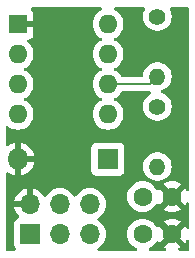
<source format=gbl>
G04 #@! TF.GenerationSoftware,KiCad,Pcbnew,8.0.1-8.0.1-1~ubuntu22.04.1*
G04 #@! TF.CreationDate,2024-07-15T21:43:52-04:00*
G04 #@! TF.ProjectId,Clock_Addon,436c6f63-6b5f-4416-9464-6f6e2e6b6963,rev?*
G04 #@! TF.SameCoordinates,Original*
G04 #@! TF.FileFunction,Copper,L6,Bot*
G04 #@! TF.FilePolarity,Positive*
%FSLAX46Y46*%
G04 Gerber Fmt 4.6, Leading zero omitted, Abs format (unit mm)*
G04 Created by KiCad (PCBNEW 8.0.1-8.0.1-1~ubuntu22.04.1) date 2024-07-15 21:43:52*
%MOMM*%
%LPD*%
G01*
G04 APERTURE LIST*
G04 #@! TA.AperFunction,ComponentPad*
%ADD10C,1.400000*%
G04 #@! TD*
G04 #@! TA.AperFunction,ComponentPad*
%ADD11O,1.400000X1.400000*%
G04 #@! TD*
G04 #@! TA.AperFunction,ComponentPad*
%ADD12R,1.800000X1.800000*%
G04 #@! TD*
G04 #@! TA.AperFunction,ComponentPad*
%ADD13O,1.800000X1.800000*%
G04 #@! TD*
G04 #@! TA.AperFunction,ComponentPad*
%ADD14C,1.600000*%
G04 #@! TD*
G04 #@! TA.AperFunction,ComponentPad*
%ADD15O,1.600000X1.600000*%
G04 #@! TD*
G04 #@! TA.AperFunction,ComponentPad*
%ADD16R,1.600000X1.600000*%
G04 #@! TD*
G04 #@! TA.AperFunction,ComponentPad*
%ADD17R,1.700000X1.700000*%
G04 #@! TD*
G04 #@! TA.AperFunction,ComponentPad*
%ADD18O,1.700000X1.700000*%
G04 #@! TD*
G04 #@! TA.AperFunction,Conductor*
%ADD19C,0.200000*%
G04 #@! TD*
G04 APERTURE END LIST*
D10*
X140335000Y-42545000D03*
D11*
X140335000Y-47625000D03*
D12*
X136144000Y-54610000D03*
D13*
X128524000Y-54610000D03*
D14*
X139085000Y-57785000D03*
X141585000Y-57785000D03*
D15*
X136154000Y-43190000D03*
X136154000Y-45730000D03*
X136154000Y-48270000D03*
X136154000Y-50810000D03*
X128534000Y-50810000D03*
X128534000Y-48270000D03*
X128534000Y-45730000D03*
D16*
X128534000Y-43190000D03*
D17*
X129540000Y-60960000D03*
D18*
X129540000Y-58420000D03*
X132080000Y-60960000D03*
X132080000Y-58420000D03*
X134620000Y-60960000D03*
X134620000Y-58420000D03*
D10*
X140335000Y-50165000D03*
D11*
X140335000Y-55245000D03*
D14*
X141585000Y-60960000D03*
X139085000Y-60960000D03*
D19*
X135900000Y-48270000D02*
X139690000Y-48270000D01*
X139690000Y-48270000D02*
X140335000Y-47625000D01*
G04 #@! TA.AperFunction,Conductor*
G36*
X135617871Y-41795185D02*
G01*
X135663626Y-41847989D01*
X135673570Y-41917147D01*
X135644545Y-41980703D01*
X135603237Y-42011882D01*
X135501267Y-42059431D01*
X135501265Y-42059432D01*
X135314858Y-42189954D01*
X135153954Y-42350858D01*
X135023432Y-42537265D01*
X135023431Y-42537267D01*
X134927261Y-42743502D01*
X134927258Y-42743511D01*
X134868366Y-42963302D01*
X134868364Y-42963313D01*
X134848532Y-43189998D01*
X134848532Y-43190001D01*
X134868364Y-43416686D01*
X134868366Y-43416697D01*
X134927258Y-43636488D01*
X134927261Y-43636497D01*
X135023431Y-43842732D01*
X135023432Y-43842734D01*
X135153954Y-44029141D01*
X135314858Y-44190045D01*
X135314861Y-44190047D01*
X135501266Y-44320568D01*
X135558357Y-44347190D01*
X135559275Y-44347618D01*
X135611714Y-44393791D01*
X135630866Y-44460984D01*
X135610650Y-44527865D01*
X135559275Y-44572382D01*
X135501267Y-44599431D01*
X135501265Y-44599432D01*
X135314858Y-44729954D01*
X135153954Y-44890858D01*
X135023432Y-45077265D01*
X135023431Y-45077267D01*
X134927261Y-45283502D01*
X134927258Y-45283511D01*
X134868366Y-45503302D01*
X134868364Y-45503313D01*
X134848532Y-45729998D01*
X134848532Y-45730001D01*
X134868364Y-45956686D01*
X134868366Y-45956697D01*
X134927258Y-46176488D01*
X134927261Y-46176497D01*
X135023431Y-46382732D01*
X135023432Y-46382734D01*
X135153954Y-46569141D01*
X135314858Y-46730045D01*
X135314861Y-46730047D01*
X135501266Y-46860568D01*
X135559275Y-46887618D01*
X135611714Y-46933791D01*
X135630866Y-47000984D01*
X135610650Y-47067865D01*
X135559275Y-47112382D01*
X135501267Y-47139431D01*
X135501265Y-47139432D01*
X135314858Y-47269954D01*
X135153954Y-47430858D01*
X135023432Y-47617265D01*
X135023431Y-47617267D01*
X134927261Y-47823502D01*
X134927258Y-47823511D01*
X134868366Y-48043302D01*
X134868364Y-48043313D01*
X134848532Y-48269998D01*
X134848532Y-48270001D01*
X134868364Y-48496686D01*
X134868366Y-48496697D01*
X134927258Y-48716488D01*
X134927261Y-48716497D01*
X135023431Y-48922732D01*
X135023432Y-48922734D01*
X135153954Y-49109141D01*
X135314858Y-49270045D01*
X135314861Y-49270047D01*
X135501266Y-49400568D01*
X135559275Y-49427618D01*
X135611714Y-49473791D01*
X135630866Y-49540984D01*
X135610650Y-49607865D01*
X135559275Y-49652382D01*
X135501267Y-49679431D01*
X135501265Y-49679432D01*
X135314858Y-49809954D01*
X135153954Y-49970858D01*
X135023432Y-50157265D01*
X135023431Y-50157267D01*
X134927261Y-50363502D01*
X134927258Y-50363511D01*
X134868366Y-50583302D01*
X134868364Y-50583313D01*
X134848532Y-50809998D01*
X134848532Y-50810001D01*
X134868364Y-51036686D01*
X134868366Y-51036697D01*
X134927258Y-51256488D01*
X134927261Y-51256497D01*
X135023431Y-51462732D01*
X135023432Y-51462734D01*
X135153954Y-51649141D01*
X135314858Y-51810045D01*
X135314861Y-51810047D01*
X135501266Y-51940568D01*
X135707504Y-52036739D01*
X135927308Y-52095635D01*
X136089230Y-52109801D01*
X136153998Y-52115468D01*
X136154000Y-52115468D01*
X136154002Y-52115468D01*
X136210673Y-52110509D01*
X136380692Y-52095635D01*
X136600496Y-52036739D01*
X136806734Y-51940568D01*
X136993139Y-51810047D01*
X137154047Y-51649139D01*
X137284568Y-51462734D01*
X137380739Y-51256496D01*
X137439635Y-51036692D01*
X137459468Y-50810000D01*
X137458565Y-50799683D01*
X137441142Y-50600538D01*
X137439635Y-50583308D01*
X137380739Y-50363504D01*
X137284568Y-50157266D01*
X137154047Y-49970861D01*
X137154045Y-49970858D01*
X136993141Y-49809954D01*
X136806734Y-49679432D01*
X136806728Y-49679429D01*
X136748725Y-49652382D01*
X136696285Y-49606210D01*
X136677133Y-49539017D01*
X136697348Y-49472135D01*
X136748725Y-49427618D01*
X136806734Y-49400568D01*
X136993139Y-49270047D01*
X137154047Y-49109139D01*
X137284118Y-48923375D01*
X137338693Y-48879752D01*
X137385692Y-48870500D01*
X139603331Y-48870500D01*
X139603347Y-48870501D01*
X139709428Y-48870501D01*
X139776467Y-48890186D01*
X139822222Y-48942990D01*
X139832166Y-49012148D01*
X139803141Y-49075704D01*
X139774705Y-49099928D01*
X139608439Y-49202874D01*
X139608437Y-49202876D01*
X139444020Y-49352761D01*
X139309943Y-49530308D01*
X139309938Y-49530316D01*
X139210775Y-49729461D01*
X139210769Y-49729476D01*
X139149885Y-49943462D01*
X139149884Y-49943464D01*
X139129357Y-50164999D01*
X139129357Y-50165000D01*
X139149884Y-50386535D01*
X139149885Y-50386537D01*
X139210769Y-50600523D01*
X139210775Y-50600538D01*
X139309938Y-50799683D01*
X139309943Y-50799691D01*
X139444020Y-50977238D01*
X139608437Y-51127123D01*
X139608439Y-51127125D01*
X139797595Y-51244245D01*
X139797596Y-51244245D01*
X139797599Y-51244247D01*
X140005060Y-51324618D01*
X140223757Y-51365500D01*
X140223759Y-51365500D01*
X140446241Y-51365500D01*
X140446243Y-51365500D01*
X140664940Y-51324618D01*
X140872401Y-51244247D01*
X141061562Y-51127124D01*
X141225981Y-50977236D01*
X141360058Y-50799689D01*
X141459229Y-50600528D01*
X141520115Y-50386536D01*
X141540643Y-50165000D01*
X141539926Y-50157267D01*
X141520115Y-49943464D01*
X141520114Y-49943462D01*
X141459230Y-49729476D01*
X141459229Y-49729472D01*
X141459224Y-49729461D01*
X141360061Y-49530316D01*
X141360056Y-49530308D01*
X141225979Y-49352761D01*
X141061562Y-49202876D01*
X141061560Y-49202874D01*
X140872404Y-49085754D01*
X140872395Y-49085750D01*
X140778956Y-49049552D01*
X140678475Y-49010625D01*
X140623075Y-48968054D01*
X140599484Y-48902288D01*
X140615195Y-48834207D01*
X140665219Y-48785428D01*
X140678466Y-48779377D01*
X140872401Y-48704247D01*
X141061562Y-48587124D01*
X141225981Y-48437236D01*
X141360058Y-48259689D01*
X141459229Y-48060528D01*
X141520115Y-47846536D01*
X141540643Y-47625000D01*
X141539926Y-47617267D01*
X141520115Y-47403464D01*
X141520114Y-47403462D01*
X141459230Y-47189476D01*
X141459229Y-47189472D01*
X141459224Y-47189461D01*
X141360061Y-46990316D01*
X141360056Y-46990308D01*
X141225979Y-46812761D01*
X141061562Y-46662876D01*
X141061560Y-46662874D01*
X140872404Y-46545754D01*
X140872398Y-46545752D01*
X140664940Y-46465382D01*
X140446243Y-46424500D01*
X140223757Y-46424500D01*
X140005060Y-46465382D01*
X139873864Y-46516207D01*
X139797601Y-46545752D01*
X139797595Y-46545754D01*
X139608439Y-46662874D01*
X139608437Y-46662876D01*
X139444020Y-46812761D01*
X139309943Y-46990308D01*
X139309938Y-46990316D01*
X139210775Y-47189461D01*
X139210769Y-47189476D01*
X139149885Y-47403462D01*
X139149884Y-47403464D01*
X139135663Y-47556941D01*
X139109877Y-47621879D01*
X139053076Y-47662566D01*
X139012192Y-47669500D01*
X137385692Y-47669500D01*
X137318653Y-47649815D01*
X137284119Y-47616625D01*
X137154047Y-47430861D01*
X137154045Y-47430858D01*
X136993141Y-47269954D01*
X136806734Y-47139432D01*
X136806728Y-47139429D01*
X136748725Y-47112382D01*
X136696285Y-47066210D01*
X136677133Y-46999017D01*
X136697348Y-46932135D01*
X136748725Y-46887618D01*
X136806734Y-46860568D01*
X136993139Y-46730047D01*
X137154047Y-46569139D01*
X137284568Y-46382734D01*
X137380739Y-46176496D01*
X137439635Y-45956692D01*
X137459468Y-45730000D01*
X137439635Y-45503308D01*
X137380739Y-45283504D01*
X137284568Y-45077266D01*
X137154047Y-44890861D01*
X137154045Y-44890858D01*
X136993141Y-44729954D01*
X136806734Y-44599432D01*
X136806728Y-44599429D01*
X136748725Y-44572382D01*
X136696285Y-44526210D01*
X136677133Y-44459017D01*
X136697348Y-44392135D01*
X136748725Y-44347618D01*
X136749643Y-44347190D01*
X136806734Y-44320568D01*
X136993139Y-44190047D01*
X137154047Y-44029139D01*
X137284568Y-43842734D01*
X137380739Y-43636496D01*
X137439635Y-43416692D01*
X137459468Y-43190000D01*
X137458565Y-43179683D01*
X137441142Y-42980538D01*
X137439635Y-42963308D01*
X137380739Y-42743504D01*
X137284568Y-42537266D01*
X137154047Y-42350861D01*
X137154045Y-42350858D01*
X136993141Y-42189954D01*
X136806734Y-42059432D01*
X136806732Y-42059431D01*
X136778413Y-42046225D01*
X136704762Y-42011881D01*
X136652324Y-41965709D01*
X136633172Y-41898516D01*
X136653388Y-41831635D01*
X136706553Y-41786300D01*
X136757168Y-41775500D01*
X139176802Y-41775500D01*
X139243841Y-41795185D01*
X139289596Y-41847989D01*
X139299540Y-41917147D01*
X139287802Y-41954772D01*
X139210775Y-42109461D01*
X139210769Y-42109476D01*
X139149885Y-42323462D01*
X139149884Y-42323464D01*
X139129357Y-42544999D01*
X139129357Y-42545000D01*
X139149884Y-42766535D01*
X139149885Y-42766537D01*
X139210769Y-42980523D01*
X139210775Y-42980538D01*
X139309938Y-43179683D01*
X139309943Y-43179691D01*
X139444020Y-43357238D01*
X139608437Y-43507123D01*
X139608439Y-43507125D01*
X139797595Y-43624245D01*
X139797596Y-43624245D01*
X139797599Y-43624247D01*
X140005060Y-43704618D01*
X140223757Y-43745500D01*
X140223759Y-43745500D01*
X140446241Y-43745500D01*
X140446243Y-43745500D01*
X140664940Y-43704618D01*
X140872401Y-43624247D01*
X141061562Y-43507124D01*
X141225981Y-43357236D01*
X141360058Y-43179689D01*
X141459229Y-42980528D01*
X141520115Y-42766536D01*
X141540643Y-42545000D01*
X141539926Y-42537267D01*
X141520115Y-42323464D01*
X141520114Y-42323462D01*
X141508495Y-42282627D01*
X141459229Y-42109472D01*
X141459224Y-42109461D01*
X141382198Y-41954772D01*
X141369937Y-41885986D01*
X141396810Y-41821491D01*
X141454286Y-41781764D01*
X141493198Y-41775500D01*
X142885500Y-41775500D01*
X142952539Y-41795185D01*
X142998294Y-41847989D01*
X143009500Y-41899500D01*
X143009500Y-57204459D01*
X142989815Y-57271498D01*
X142937011Y-57317253D01*
X142867853Y-57327197D01*
X142804297Y-57298172D01*
X142773118Y-57256864D01*
X142715134Y-57132517D01*
X142715132Y-57132513D01*
X142664025Y-57059526D01*
X141985000Y-57738551D01*
X141985000Y-57732339D01*
X141957741Y-57630606D01*
X141905080Y-57539394D01*
X141830606Y-57464920D01*
X141739394Y-57412259D01*
X141637661Y-57385000D01*
X141631448Y-57385000D01*
X142310472Y-56705974D01*
X142237478Y-56654863D01*
X142031331Y-56558735D01*
X142031317Y-56558730D01*
X141811610Y-56499860D01*
X141811599Y-56499858D01*
X141585002Y-56480034D01*
X141584998Y-56480034D01*
X141358400Y-56499858D01*
X141358389Y-56499860D01*
X141138682Y-56558730D01*
X141138673Y-56558734D01*
X140932516Y-56654866D01*
X140932512Y-56654868D01*
X140859526Y-56705973D01*
X140859526Y-56705974D01*
X141538553Y-57385000D01*
X141532339Y-57385000D01*
X141430606Y-57412259D01*
X141339394Y-57464920D01*
X141264920Y-57539394D01*
X141212259Y-57630606D01*
X141185000Y-57732339D01*
X141185000Y-57738552D01*
X140505974Y-57059526D01*
X140505973Y-57059526D01*
X140454868Y-57132512D01*
X140454867Y-57132514D01*
X140447656Y-57147979D01*
X140401482Y-57200417D01*
X140334288Y-57219567D01*
X140267407Y-57199350D01*
X140222893Y-57147976D01*
X140215568Y-57132266D01*
X140085047Y-56945861D01*
X140085045Y-56945858D01*
X139924141Y-56784954D01*
X139737734Y-56654432D01*
X139737732Y-56654431D01*
X139531497Y-56558261D01*
X139531488Y-56558258D01*
X139311697Y-56499366D01*
X139311693Y-56499365D01*
X139311692Y-56499365D01*
X139311691Y-56499364D01*
X139311686Y-56499364D01*
X139085002Y-56479532D01*
X139084998Y-56479532D01*
X138858313Y-56499364D01*
X138858302Y-56499366D01*
X138638511Y-56558258D01*
X138638502Y-56558261D01*
X138432267Y-56654431D01*
X138432265Y-56654432D01*
X138245858Y-56784954D01*
X138084954Y-56945858D01*
X137954432Y-57132265D01*
X137954431Y-57132267D01*
X137858261Y-57338502D01*
X137858258Y-57338511D01*
X137799366Y-57558302D01*
X137799364Y-57558313D01*
X137779532Y-57784998D01*
X137779532Y-57785001D01*
X137799364Y-58011686D01*
X137799366Y-58011697D01*
X137858258Y-58231488D01*
X137858261Y-58231497D01*
X137954431Y-58437732D01*
X137954432Y-58437734D01*
X138084954Y-58624141D01*
X138245858Y-58785045D01*
X138245861Y-58785047D01*
X138432266Y-58915568D01*
X138638504Y-59011739D01*
X138858308Y-59070635D01*
X139020230Y-59084801D01*
X139084998Y-59090468D01*
X139085000Y-59090468D01*
X139085002Y-59090468D01*
X139141673Y-59085509D01*
X139311692Y-59070635D01*
X139531496Y-59011739D01*
X139737734Y-58915568D01*
X139924139Y-58785047D01*
X140085047Y-58624139D01*
X140215568Y-58437734D01*
X140222893Y-58422024D01*
X140269064Y-58369586D01*
X140336257Y-58350433D01*
X140403138Y-58370648D01*
X140447657Y-58422024D01*
X140454864Y-58437480D01*
X140505974Y-58510472D01*
X141185000Y-57831446D01*
X141185000Y-57837661D01*
X141212259Y-57939394D01*
X141264920Y-58030606D01*
X141339394Y-58105080D01*
X141430606Y-58157741D01*
X141532339Y-58185000D01*
X141538553Y-58185000D01*
X140859526Y-58864025D01*
X140932513Y-58915132D01*
X140932521Y-58915136D01*
X141138668Y-59011264D01*
X141138682Y-59011269D01*
X141358389Y-59070139D01*
X141358400Y-59070141D01*
X141584998Y-59089966D01*
X141585002Y-59089966D01*
X141811599Y-59070141D01*
X141811610Y-59070139D01*
X142031317Y-59011269D01*
X142031331Y-59011264D01*
X142237478Y-58915136D01*
X142310471Y-58864024D01*
X141631447Y-58185000D01*
X141637661Y-58185000D01*
X141739394Y-58157741D01*
X141830606Y-58105080D01*
X141905080Y-58030606D01*
X141957741Y-57939394D01*
X141985000Y-57837661D01*
X141985000Y-57831447D01*
X142664024Y-58510471D01*
X142715136Y-58437478D01*
X142773118Y-58313136D01*
X142819290Y-58260696D01*
X142886483Y-58241544D01*
X142953365Y-58261759D01*
X142998699Y-58314925D01*
X143009500Y-58365540D01*
X143009500Y-60379459D01*
X142989815Y-60446498D01*
X142937011Y-60492253D01*
X142867853Y-60502197D01*
X142804297Y-60473172D01*
X142773118Y-60431864D01*
X142715134Y-60307517D01*
X142715132Y-60307513D01*
X142664025Y-60234526D01*
X141985000Y-60913551D01*
X141985000Y-60907339D01*
X141957741Y-60805606D01*
X141905080Y-60714394D01*
X141830606Y-60639920D01*
X141739394Y-60587259D01*
X141637661Y-60560000D01*
X141631448Y-60560000D01*
X142310472Y-59880974D01*
X142237478Y-59829863D01*
X142031331Y-59733735D01*
X142031317Y-59733730D01*
X141811610Y-59674860D01*
X141811599Y-59674858D01*
X141585002Y-59655034D01*
X141584998Y-59655034D01*
X141358400Y-59674858D01*
X141358389Y-59674860D01*
X141138682Y-59733730D01*
X141138673Y-59733734D01*
X140932516Y-59829866D01*
X140932512Y-59829868D01*
X140859526Y-59880973D01*
X140859526Y-59880974D01*
X141538553Y-60560000D01*
X141532339Y-60560000D01*
X141430606Y-60587259D01*
X141339394Y-60639920D01*
X141264920Y-60714394D01*
X141212259Y-60805606D01*
X141185000Y-60907339D01*
X141185000Y-60913552D01*
X140505974Y-60234526D01*
X140505973Y-60234526D01*
X140454868Y-60307512D01*
X140454867Y-60307514D01*
X140447656Y-60322979D01*
X140401482Y-60375417D01*
X140334288Y-60394567D01*
X140267407Y-60374350D01*
X140222893Y-60322976D01*
X140215568Y-60307266D01*
X140085047Y-60120861D01*
X140085045Y-60120858D01*
X139924141Y-59959954D01*
X139737734Y-59829432D01*
X139737732Y-59829431D01*
X139531497Y-59733261D01*
X139531488Y-59733258D01*
X139311697Y-59674366D01*
X139311693Y-59674365D01*
X139311692Y-59674365D01*
X139311691Y-59674364D01*
X139311686Y-59674364D01*
X139085002Y-59654532D01*
X139084998Y-59654532D01*
X138858313Y-59674364D01*
X138858302Y-59674366D01*
X138638511Y-59733258D01*
X138638502Y-59733261D01*
X138432267Y-59829431D01*
X138432265Y-59829432D01*
X138245858Y-59959954D01*
X138084954Y-60120858D01*
X137954432Y-60307265D01*
X137954431Y-60307267D01*
X137858261Y-60513502D01*
X137858258Y-60513511D01*
X137799366Y-60733302D01*
X137799364Y-60733313D01*
X137779532Y-60959998D01*
X137779532Y-60960001D01*
X137799364Y-61186686D01*
X137799366Y-61186697D01*
X137858258Y-61406488D01*
X137858261Y-61406497D01*
X137954431Y-61612732D01*
X137954432Y-61612734D01*
X138084954Y-61799141D01*
X138245858Y-61960045D01*
X138245861Y-61960047D01*
X138432266Y-62090568D01*
X138512792Y-62128118D01*
X138565231Y-62174291D01*
X138584383Y-62241484D01*
X138564167Y-62308365D01*
X138511002Y-62353700D01*
X138460387Y-62364500D01*
X135361427Y-62364500D01*
X135294388Y-62344815D01*
X135248633Y-62292011D01*
X135238689Y-62222853D01*
X135267714Y-62159297D01*
X135293818Y-62137743D01*
X135293396Y-62137140D01*
X135359907Y-62090568D01*
X135491401Y-61998495D01*
X135658495Y-61831401D01*
X135794035Y-61637830D01*
X135893903Y-61423663D01*
X135955063Y-61195408D01*
X135975659Y-60960000D01*
X135955063Y-60724592D01*
X135893903Y-60496337D01*
X135794035Y-60282171D01*
X135788425Y-60274158D01*
X135658494Y-60088597D01*
X135491402Y-59921506D01*
X135491396Y-59921501D01*
X135305842Y-59791575D01*
X135262217Y-59736998D01*
X135255023Y-59667500D01*
X135286546Y-59605145D01*
X135305842Y-59588425D01*
X135328026Y-59572891D01*
X135491401Y-59458495D01*
X135658495Y-59291401D01*
X135794035Y-59097830D01*
X135893903Y-58883663D01*
X135955063Y-58655408D01*
X135975659Y-58420000D01*
X135955063Y-58184592D01*
X135893903Y-57956337D01*
X135794035Y-57742171D01*
X135788731Y-57734595D01*
X135658494Y-57548597D01*
X135491402Y-57381506D01*
X135491395Y-57381501D01*
X135297834Y-57245967D01*
X135297830Y-57245965D01*
X135197864Y-57199350D01*
X135083663Y-57146097D01*
X135083659Y-57146096D01*
X135083655Y-57146094D01*
X134855413Y-57084938D01*
X134855403Y-57084936D01*
X134620001Y-57064341D01*
X134619999Y-57064341D01*
X134384596Y-57084936D01*
X134384586Y-57084938D01*
X134156344Y-57146094D01*
X134156335Y-57146098D01*
X133942171Y-57245964D01*
X133942169Y-57245965D01*
X133748597Y-57381505D01*
X133581505Y-57548597D01*
X133451575Y-57734158D01*
X133396998Y-57777783D01*
X133327500Y-57784977D01*
X133265145Y-57753454D01*
X133248425Y-57734158D01*
X133118494Y-57548597D01*
X132951402Y-57381506D01*
X132951395Y-57381501D01*
X132757834Y-57245967D01*
X132757830Y-57245965D01*
X132657864Y-57199350D01*
X132543663Y-57146097D01*
X132543659Y-57146096D01*
X132543655Y-57146094D01*
X132315413Y-57084938D01*
X132315403Y-57084936D01*
X132080001Y-57064341D01*
X132079999Y-57064341D01*
X131844596Y-57084936D01*
X131844586Y-57084938D01*
X131616344Y-57146094D01*
X131616335Y-57146098D01*
X131402171Y-57245964D01*
X131402169Y-57245965D01*
X131208597Y-57381505D01*
X131041508Y-57548594D01*
X130911269Y-57734595D01*
X130856692Y-57778219D01*
X130787193Y-57785412D01*
X130724839Y-57753890D01*
X130708119Y-57734594D01*
X130578113Y-57548926D01*
X130578108Y-57548920D01*
X130411082Y-57381894D01*
X130217578Y-57246399D01*
X130003492Y-57146570D01*
X130003486Y-57146567D01*
X129790000Y-57089364D01*
X129790000Y-57986988D01*
X129732993Y-57954075D01*
X129605826Y-57920000D01*
X129474174Y-57920000D01*
X129347007Y-57954075D01*
X129290000Y-57986988D01*
X129290000Y-57089364D01*
X129289999Y-57089364D01*
X129076513Y-57146567D01*
X129076507Y-57146570D01*
X128862422Y-57246399D01*
X128862420Y-57246400D01*
X128668926Y-57381886D01*
X128668920Y-57381891D01*
X128501891Y-57548920D01*
X128501886Y-57548926D01*
X128366400Y-57742420D01*
X128366399Y-57742422D01*
X128266570Y-57956507D01*
X128266567Y-57956513D01*
X128209364Y-58169999D01*
X128209364Y-58170000D01*
X129106988Y-58170000D01*
X129074075Y-58227007D01*
X129040000Y-58354174D01*
X129040000Y-58485826D01*
X129074075Y-58612993D01*
X129106988Y-58670000D01*
X128209364Y-58670000D01*
X128266567Y-58883486D01*
X128266570Y-58883492D01*
X128366399Y-59097578D01*
X128501894Y-59291082D01*
X128623946Y-59413134D01*
X128657431Y-59474457D01*
X128652447Y-59544149D01*
X128610575Y-59600082D01*
X128579598Y-59616997D01*
X128447671Y-59666202D01*
X128447664Y-59666206D01*
X128332455Y-59752452D01*
X128332452Y-59752455D01*
X128246206Y-59867664D01*
X128246202Y-59867671D01*
X128195908Y-60002517D01*
X128189501Y-60062116D01*
X128189500Y-60062135D01*
X128189500Y-61857870D01*
X128189501Y-61857876D01*
X128195908Y-61917483D01*
X128246202Y-62052328D01*
X128246206Y-62052335D01*
X128331438Y-62166189D01*
X128355856Y-62231653D01*
X128341005Y-62299926D01*
X128291600Y-62349332D01*
X128232172Y-62364500D01*
X127624500Y-62364500D01*
X127557461Y-62344815D01*
X127511706Y-62292011D01*
X127500500Y-62240500D01*
X127500500Y-55841105D01*
X127520185Y-55774066D01*
X127572989Y-55728311D01*
X127642147Y-55718367D01*
X127700663Y-55743252D01*
X127755649Y-55786050D01*
X127959697Y-55896476D01*
X127959706Y-55896479D01*
X128179139Y-55971811D01*
X128273999Y-55987640D01*
X128274000Y-55987639D01*
X128274000Y-54985277D01*
X128350306Y-55029333D01*
X128464756Y-55060000D01*
X128583244Y-55060000D01*
X128697694Y-55029333D01*
X128774000Y-54985277D01*
X128774000Y-55987640D01*
X128868860Y-55971811D01*
X129088293Y-55896479D01*
X129088302Y-55896476D01*
X129292351Y-55786050D01*
X129292355Y-55786047D01*
X129475437Y-55643548D01*
X129475441Y-55643545D01*
X129554311Y-55557870D01*
X134743500Y-55557870D01*
X134743501Y-55557876D01*
X134749908Y-55617483D01*
X134800202Y-55752328D01*
X134800206Y-55752335D01*
X134886452Y-55867544D01*
X134886455Y-55867547D01*
X135001664Y-55953793D01*
X135001671Y-55953797D01*
X135136517Y-56004091D01*
X135136516Y-56004091D01*
X135143444Y-56004835D01*
X135196127Y-56010500D01*
X137091872Y-56010499D01*
X137151483Y-56004091D01*
X137286331Y-55953796D01*
X137401546Y-55867546D01*
X137487796Y-55752331D01*
X137538091Y-55617483D01*
X137544500Y-55557873D01*
X137544500Y-55245000D01*
X139129357Y-55245000D01*
X139149884Y-55466535D01*
X139149885Y-55466537D01*
X139210769Y-55680523D01*
X139210775Y-55680538D01*
X139309938Y-55879683D01*
X139309943Y-55879691D01*
X139444020Y-56057238D01*
X139608437Y-56207123D01*
X139608439Y-56207125D01*
X139797595Y-56324245D01*
X139797596Y-56324245D01*
X139797599Y-56324247D01*
X140005060Y-56404618D01*
X140223757Y-56445500D01*
X140223759Y-56445500D01*
X140446241Y-56445500D01*
X140446243Y-56445500D01*
X140664940Y-56404618D01*
X140872401Y-56324247D01*
X141061562Y-56207124D01*
X141225981Y-56057236D01*
X141360058Y-55879689D01*
X141459229Y-55680528D01*
X141520115Y-55466536D01*
X141540643Y-55245000D01*
X141520115Y-55023464D01*
X141459229Y-54809472D01*
X141446393Y-54783694D01*
X141360061Y-54610316D01*
X141360056Y-54610308D01*
X141225979Y-54432761D01*
X141061562Y-54282876D01*
X141061560Y-54282874D01*
X140872404Y-54165754D01*
X140872398Y-54165752D01*
X140664940Y-54085382D01*
X140446243Y-54044500D01*
X140223757Y-54044500D01*
X140005060Y-54085382D01*
X139873864Y-54136207D01*
X139797601Y-54165752D01*
X139797595Y-54165754D01*
X139608439Y-54282874D01*
X139608437Y-54282876D01*
X139444020Y-54432761D01*
X139309943Y-54610308D01*
X139309938Y-54610316D01*
X139210775Y-54809461D01*
X139210769Y-54809476D01*
X139149885Y-55023462D01*
X139149884Y-55023464D01*
X139129357Y-55244999D01*
X139129357Y-55245000D01*
X137544500Y-55245000D01*
X137544499Y-53662128D01*
X137538091Y-53602517D01*
X137491182Y-53476748D01*
X137487797Y-53467671D01*
X137487793Y-53467664D01*
X137401547Y-53352455D01*
X137401544Y-53352452D01*
X137286335Y-53266206D01*
X137286328Y-53266202D01*
X137151482Y-53215908D01*
X137151483Y-53215908D01*
X137091883Y-53209501D01*
X137091881Y-53209500D01*
X137091873Y-53209500D01*
X137091864Y-53209500D01*
X135196129Y-53209500D01*
X135196123Y-53209501D01*
X135136516Y-53215908D01*
X135001671Y-53266202D01*
X135001664Y-53266206D01*
X134886455Y-53352452D01*
X134886452Y-53352455D01*
X134800206Y-53467664D01*
X134800202Y-53467671D01*
X134749908Y-53602517D01*
X134743501Y-53662116D01*
X134743501Y-53662123D01*
X134743500Y-53662135D01*
X134743500Y-55557870D01*
X129554311Y-55557870D01*
X129632585Y-55472842D01*
X129759483Y-55278609D01*
X129852682Y-55066135D01*
X129904883Y-54860000D01*
X128899278Y-54860000D01*
X128943333Y-54783694D01*
X128974000Y-54669244D01*
X128974000Y-54550756D01*
X128943333Y-54436306D01*
X128899278Y-54360000D01*
X129904883Y-54360000D01*
X129852682Y-54153864D01*
X129759483Y-53941390D01*
X129632585Y-53747157D01*
X129475441Y-53576454D01*
X129475437Y-53576451D01*
X129292355Y-53433952D01*
X129292351Y-53433949D01*
X129088302Y-53323523D01*
X129088293Y-53323520D01*
X128868861Y-53248188D01*
X128774000Y-53232359D01*
X128774000Y-54234722D01*
X128697694Y-54190667D01*
X128583244Y-54160000D01*
X128464756Y-54160000D01*
X128350306Y-54190667D01*
X128274000Y-54234722D01*
X128274000Y-53232359D01*
X128273999Y-53232359D01*
X128179138Y-53248188D01*
X127959706Y-53323520D01*
X127959697Y-53323523D01*
X127755650Y-53433948D01*
X127700662Y-53476748D01*
X127635668Y-53502390D01*
X127567128Y-53488823D01*
X127516803Y-53440355D01*
X127500500Y-53378894D01*
X127500500Y-51912155D01*
X127520185Y-51845116D01*
X127572989Y-51799361D01*
X127642147Y-51789417D01*
X127695621Y-51810579D01*
X127881266Y-51940568D01*
X128087504Y-52036739D01*
X128307308Y-52095635D01*
X128469230Y-52109801D01*
X128533998Y-52115468D01*
X128534000Y-52115468D01*
X128534002Y-52115468D01*
X128590673Y-52110509D01*
X128760692Y-52095635D01*
X128980496Y-52036739D01*
X129186734Y-51940568D01*
X129373139Y-51810047D01*
X129534047Y-51649139D01*
X129664568Y-51462734D01*
X129760739Y-51256496D01*
X129819635Y-51036692D01*
X129839468Y-50810000D01*
X129838565Y-50799683D01*
X129821142Y-50600538D01*
X129819635Y-50583308D01*
X129760739Y-50363504D01*
X129664568Y-50157266D01*
X129534047Y-49970861D01*
X129534045Y-49970858D01*
X129373141Y-49809954D01*
X129186734Y-49679432D01*
X129186728Y-49679429D01*
X129128725Y-49652382D01*
X129076285Y-49606210D01*
X129057133Y-49539017D01*
X129077348Y-49472135D01*
X129128725Y-49427618D01*
X129186734Y-49400568D01*
X129373139Y-49270047D01*
X129534047Y-49109139D01*
X129664568Y-48922734D01*
X129760739Y-48716496D01*
X129819635Y-48496692D01*
X129839468Y-48270000D01*
X129838565Y-48259683D01*
X129821142Y-48060538D01*
X129819635Y-48043308D01*
X129760739Y-47823504D01*
X129664568Y-47617266D01*
X129534047Y-47430861D01*
X129534045Y-47430858D01*
X129373141Y-47269954D01*
X129186734Y-47139432D01*
X129186728Y-47139429D01*
X129128725Y-47112382D01*
X129076285Y-47066210D01*
X129057133Y-46999017D01*
X129077348Y-46932135D01*
X129128725Y-46887618D01*
X129186734Y-46860568D01*
X129373139Y-46730047D01*
X129534047Y-46569139D01*
X129664568Y-46382734D01*
X129760739Y-46176496D01*
X129819635Y-45956692D01*
X129839468Y-45730000D01*
X129819635Y-45503308D01*
X129760739Y-45283504D01*
X129664568Y-45077266D01*
X129534047Y-44890861D01*
X129534045Y-44890858D01*
X129373143Y-44729956D01*
X129347912Y-44712289D01*
X129304287Y-44657712D01*
X129297095Y-44588213D01*
X129328617Y-44525859D01*
X129388847Y-44490445D01*
X129405781Y-44487424D01*
X129441380Y-44483596D01*
X129576086Y-44433354D01*
X129576093Y-44433350D01*
X129691187Y-44347190D01*
X129691190Y-44347187D01*
X129777350Y-44232093D01*
X129777354Y-44232086D01*
X129827596Y-44097379D01*
X129827598Y-44097372D01*
X129833999Y-44037844D01*
X129834000Y-44037827D01*
X129834000Y-43440000D01*
X128849686Y-43440000D01*
X128854080Y-43435606D01*
X128906741Y-43344394D01*
X128934000Y-43242661D01*
X128934000Y-43137339D01*
X128906741Y-43035606D01*
X128854080Y-42944394D01*
X128849686Y-42940000D01*
X129834000Y-42940000D01*
X129834000Y-42342172D01*
X129833999Y-42342155D01*
X129827598Y-42282627D01*
X129827596Y-42282620D01*
X129777354Y-42147913D01*
X129777350Y-42147906D01*
X129691190Y-42032812D01*
X129645711Y-41998766D01*
X129603841Y-41942832D01*
X129598857Y-41873140D01*
X129632343Y-41811818D01*
X129693667Y-41778333D01*
X129720023Y-41775500D01*
X135550832Y-41775500D01*
X135617871Y-41795185D01*
G37*
G04 #@! TD.AperFunction*
G04 #@! TA.AperFunction,Conductor*
G36*
X141185000Y-61012661D02*
G01*
X141212259Y-61114394D01*
X141264920Y-61205606D01*
X141339394Y-61280080D01*
X141430606Y-61332741D01*
X141532339Y-61360000D01*
X141538553Y-61360000D01*
X140859526Y-62039025D01*
X140932513Y-62090132D01*
X140932521Y-62090136D01*
X141013973Y-62128118D01*
X141066413Y-62174290D01*
X141085565Y-62241483D01*
X141065349Y-62308365D01*
X141012184Y-62353699D01*
X140961569Y-62364500D01*
X139709613Y-62364500D01*
X139642574Y-62344815D01*
X139596819Y-62292011D01*
X139586875Y-62222853D01*
X139615900Y-62159297D01*
X139657208Y-62128118D01*
X139737734Y-62090568D01*
X139924139Y-61960047D01*
X140085047Y-61799139D01*
X140215568Y-61612734D01*
X140222893Y-61597024D01*
X140269064Y-61544586D01*
X140336257Y-61525433D01*
X140403138Y-61545648D01*
X140447657Y-61597024D01*
X140454864Y-61612480D01*
X140505974Y-61685472D01*
X141185000Y-61006446D01*
X141185000Y-61012661D01*
G37*
G04 #@! TD.AperFunction*
G04 #@! TA.AperFunction,Conductor*
G36*
X142664024Y-61685471D02*
G01*
X142715136Y-61612478D01*
X142773118Y-61488136D01*
X142819290Y-61435696D01*
X142886483Y-61416544D01*
X142953365Y-61436759D01*
X142998699Y-61489925D01*
X143009500Y-61540540D01*
X143009500Y-62240500D01*
X142989815Y-62307539D01*
X142937011Y-62353294D01*
X142885500Y-62364500D01*
X142208431Y-62364500D01*
X142141392Y-62344815D01*
X142095637Y-62292011D01*
X142085693Y-62222853D01*
X142114718Y-62159297D01*
X142156027Y-62128118D01*
X142237478Y-62090136D01*
X142310471Y-62039024D01*
X141631447Y-61360000D01*
X141637661Y-61360000D01*
X141739394Y-61332741D01*
X141830606Y-61280080D01*
X141905080Y-61205606D01*
X141957741Y-61114394D01*
X141985000Y-61012661D01*
X141985000Y-61006447D01*
X142664024Y-61685471D01*
G37*
G04 #@! TD.AperFunction*
M02*

</source>
